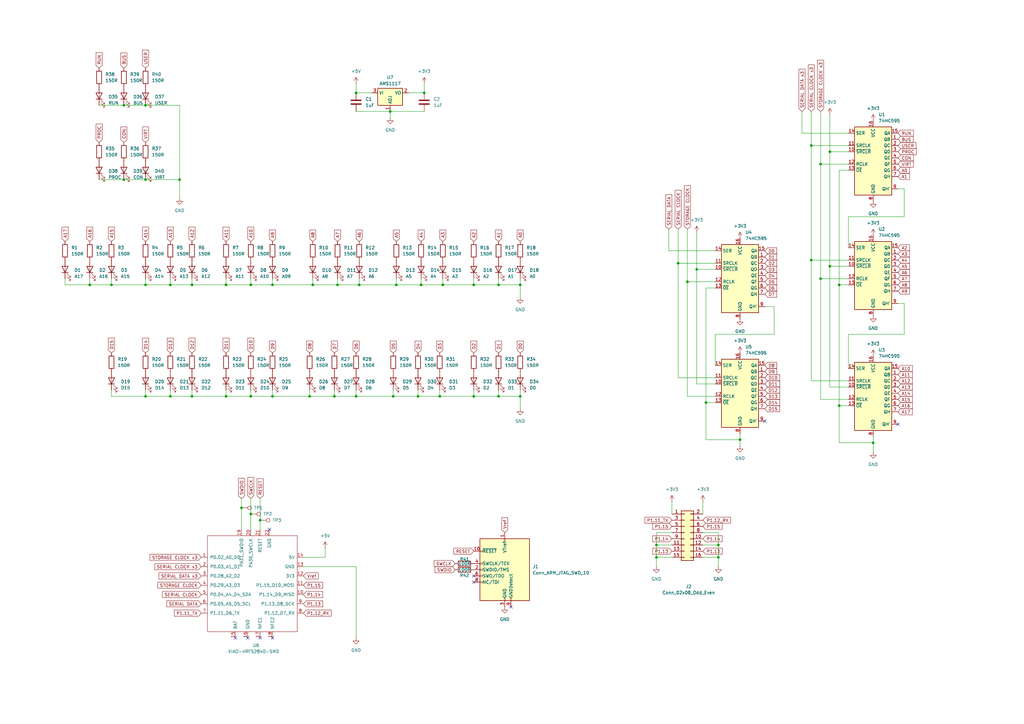
<source format=kicad_sch>
(kicad_sch (version 20250114) (generator "eeschema") (generator_version "9.0")
  (paper "A3")
  (junction (at 111.76 162.56))
  (junction (at 285.75 110.49))
  (junction (at 59.69 43.18))
  (junction (at 128.27 116.84))
  (junction (at 344.17 116.84))
  (junction (at 59.69 73.66))
  (junction (at 106.68 213.36))
  (junction (at 340.36 109.22))
  (junction (at 138.43 116.84))
  (junction (at 281.94 115.57))
  (junction (at 269.24 228.6))
  (junction (at 111.76 116.84))
  (junction (at 332.74 59.69))
  (junction (at 194.31 116.84))
  (junction (at 180.34 162.56))
  (junction (at 45.72 116.84))
  (junction (at 204.47 162.56))
  (junction (at 69.85 162.56))
  (junction (at 102.87 210.82))
  (junction (at 332.74 106.68))
  (junction (at 162.56 116.84))
  (junction (at 213.36 162.56))
  (junction (at 36.83 116.84))
  (junction (at 92.71 162.56))
  (junction (at 69.85 116.84))
  (junction (at 102.87 162.56))
  (junction (at 172.72 116.84))
  (junction (at 50.8 73.66))
  (junction (at 171.45 162.56))
  (junction (at 146.05 162.56))
  (junction (at 146.05 38.1))
  (junction (at 99.06 208.28))
  (junction (at 102.87 116.84))
  (junction (at 294.64 228.6))
  (junction (at 73.66 73.66))
  (junction (at 213.36 116.84))
  (junction (at 78.74 116.84))
  (junction (at 59.69 116.84))
  (junction (at 160.02 45.72))
  (junction (at 336.55 114.3))
  (junction (at 269.24 223.52))
  (junction (at 289.56 165.1))
  (junction (at 336.55 67.31))
  (junction (at 173.99 38.1))
  (junction (at 344.17 166.37))
  (junction (at 194.31 162.56))
  (junction (at 127 162.56))
  (junction (at 92.71 116.84))
  (junction (at 78.74 162.56))
  (junction (at 204.47 116.84))
  (junction (at 137.16 162.56))
  (junction (at 278.13 107.95))
  (junction (at 59.69 162.56))
  (junction (at 358.14 181.61))
  (junction (at 147.32 116.84))
  (junction (at 161.29 162.56))
  (junction (at 50.8 43.18))
  (junction (at 181.61 116.84))
  (junction (at 340.36 62.23))
  (junction (at 303.53 180.34))
  (junction (at 294.64 223.52))
  (no_connect (at 111.76 261.62))
  (no_connect (at 194.31 236.22))
  (no_connect (at 110.49 217.17))
  (no_connect (at 194.31 238.76))
  (no_connect (at 368.3 173.99))
  (no_connect (at 313.69 172.72))
  (no_connect (at 106.68 261.62))
  (no_connect (at 101.6 261.62))
  (no_connect (at 209.55 248.92))
  (no_connect (at 96.52 261.62))
  (wire (pts (xy 313.69 125.73) (xy 317.5 125.73)))
  (wire (pts (xy 340.36 62.23) (xy 347.98 62.23)))
  (wire (pts (xy 294.64 228.6) (xy 294.64 232.41)))
  (wire (pts (xy 344.17 181.61) (xy 358.14 181.61)))
  (wire (pts (xy 73.66 43.18) (xy 59.69 43.18)))
  (wire (pts (xy 69.85 162.56) (xy 59.69 162.56)))
  (wire (pts (xy 40.64 43.18) (xy 50.8 43.18)))
  (wire (pts (xy 133.35 228.6) (xy 133.35 224.79)))
  (wire (pts (xy 358.14 179.07) (xy 358.14 181.61)))
  (wire (pts (xy 102.87 114.3) (xy 102.87 116.84)))
  (wire (pts (xy 285.75 110.49) (xy 293.37 110.49)))
  (wire (pts (xy 269.24 218.44) (xy 269.24 223.52)))
  (wire (pts (xy 370.84 77.47) (xy 370.84 88.9)))
  (wire (pts (xy 269.24 218.44) (xy 275.59 218.44)))
  (wire (pts (xy 146.05 34.29) (xy 146.05 38.1)))
  (wire (pts (xy 288.29 228.6) (xy 294.64 228.6)))
  (wire (pts (xy 293.37 137.16) (xy 317.5 137.16)))
  (wire (pts (xy 69.85 116.84) (xy 78.74 116.84)))
  (wire (pts (xy 99.06 204.47) (xy 99.06 208.28)))
  (wire (pts (xy 278.13 154.94) (xy 293.37 154.94)))
  (wire (pts (xy 332.74 45.72) (xy 332.74 59.69)))
  (wire (pts (xy 92.71 114.3) (xy 92.71 116.84)))
  (wire (pts (xy 269.24 223.52) (xy 269.24 228.6)))
  (wire (pts (xy 336.55 67.31) (xy 336.55 114.3)))
  (wire (pts (xy 204.47 114.3) (xy 204.47 116.84)))
  (wire (pts (xy 328.93 45.72) (xy 328.93 54.61)))
  (wire (pts (xy 138.43 114.3) (xy 138.43 116.84)))
  (wire (pts (xy 281.94 162.56) (xy 293.37 162.56)))
  (wire (pts (xy 288.29 205.74) (xy 288.29 210.82)))
  (wire (pts (xy 303.53 180.34) (xy 303.53 182.88)))
  (wire (pts (xy 127 160.02) (xy 127 162.56)))
  (wire (pts (xy 344.17 166.37) (xy 347.98 166.37)))
  (wire (pts (xy 59.69 116.84) (xy 69.85 116.84)))
  (wire (pts (xy 180.34 160.02) (xy 180.34 162.56)))
  (wire (pts (xy 99.06 208.28) (xy 99.06 217.17)))
  (wire (pts (xy 146.05 232.41) (xy 146.05 261.62)))
  (wire (pts (xy 340.36 109.22) (xy 340.36 158.75)))
  (wire (pts (xy 92.71 116.84) (xy 102.87 116.84)))
  (wire (pts (xy 347.98 88.9) (xy 347.98 101.6)))
  (wire (pts (xy 204.47 116.84) (xy 213.36 116.84)))
  (wire (pts (xy 213.36 162.56) (xy 204.47 162.56)))
  (wire (pts (xy 370.84 137.16) (xy 347.98 137.16)))
  (wire (pts (xy 213.36 160.02) (xy 213.36 162.56)))
  (wire (pts (xy 102.87 160.02) (xy 102.87 162.56)))
  (wire (pts (xy 138.43 116.84) (xy 147.32 116.84)))
  (wire (pts (xy 293.37 118.11) (xy 289.56 118.11)))
  (wire (pts (xy 340.36 46.99) (xy 340.36 62.23)))
  (wire (pts (xy 124.46 228.6) (xy 133.35 228.6)))
  (wire (pts (xy 111.76 162.56) (xy 102.87 162.56)))
  (wire (pts (xy 281.94 115.57) (xy 281.94 162.56)))
  (wire (pts (xy 78.74 114.3) (xy 78.74 116.84)))
  (wire (pts (xy 332.74 106.68) (xy 347.98 106.68)))
  (wire (pts (xy 26.67 114.3) (xy 26.67 116.84)))
  (wire (pts (xy 213.36 114.3) (xy 213.36 116.84)))
  (wire (pts (xy 344.17 166.37) (xy 344.17 181.61)))
  (wire (pts (xy 137.16 162.56) (xy 127 162.56)))
  (wire (pts (xy 347.98 69.85) (xy 344.17 69.85)))
  (wire (pts (xy 106.68 204.47) (xy 106.68 213.36)))
  (wire (pts (xy 347.98 158.75) (xy 340.36 158.75)))
  (wire (pts (xy 204.47 162.56) (xy 194.31 162.56)))
  (wire (pts (xy 69.85 160.02) (xy 69.85 162.56)))
  (wire (pts (xy 78.74 116.84) (xy 92.71 116.84)))
  (wire (pts (xy 172.72 114.3) (xy 172.72 116.84)))
  (wire (pts (xy 289.56 118.11) (xy 289.56 165.1)))
  (wire (pts (xy 285.75 110.49) (xy 285.75 157.48)))
  (wire (pts (xy 36.83 114.3) (xy 36.83 116.84)))
  (wire (pts (xy 147.32 116.84) (xy 162.56 116.84)))
  (wire (pts (xy 288.29 223.52) (xy 294.64 223.52)))
  (wire (pts (xy 40.64 73.66) (xy 50.8 73.66)))
  (wire (pts (xy 128.27 114.3) (xy 128.27 116.84)))
  (wire (pts (xy 340.36 109.22) (xy 347.98 109.22)))
  (wire (pts (xy 332.74 59.69) (xy 332.74 106.68)))
  (wire (pts (xy 269.24 228.6) (xy 269.24 232.41)))
  (wire (pts (xy 172.72 116.84) (xy 181.61 116.84)))
  (wire (pts (xy 102.87 116.84) (xy 111.76 116.84)))
  (wire (pts (xy 293.37 107.95) (xy 278.13 107.95)))
  (wire (pts (xy 127 162.56) (xy 111.76 162.56)))
  (wire (pts (xy 128.27 116.84) (xy 138.43 116.84)))
  (wire (pts (xy 162.56 114.3) (xy 162.56 116.84)))
  (wire (pts (xy 269.24 228.6) (xy 275.59 228.6)))
  (wire (pts (xy 281.94 93.98) (xy 281.94 115.57)))
  (wire (pts (xy 370.84 88.9) (xy 347.98 88.9)))
  (wire (pts (xy 336.55 114.3) (xy 347.98 114.3)))
  (wire (pts (xy 213.36 116.84) (xy 213.36 121.92)))
  (wire (pts (xy 147.32 114.3) (xy 147.32 116.84)))
  (wire (pts (xy 347.98 59.69) (xy 332.74 59.69)))
  (wire (pts (xy 288.29 218.44) (xy 294.64 218.44)))
  (wire (pts (xy 347.98 54.61) (xy 328.93 54.61)))
  (wire (pts (xy 358.14 181.61) (xy 358.14 185.42)))
  (wire (pts (xy 180.34 162.56) (xy 171.45 162.56)))
  (wire (pts (xy 45.72 160.02) (xy 45.72 162.56)))
  (wire (pts (xy 78.74 160.02) (xy 78.74 162.56)))
  (wire (pts (xy 181.61 114.3) (xy 181.61 116.84)))
  (wire (pts (xy 278.13 93.98) (xy 278.13 107.95)))
  (wire (pts (xy 161.29 162.56) (xy 146.05 162.56)))
  (wire (pts (xy 59.69 162.56) (xy 45.72 162.56)))
  (wire (pts (xy 336.55 163.83) (xy 347.98 163.83)))
  (wire (pts (xy 111.76 160.02) (xy 111.76 162.56)))
  (wire (pts (xy 181.61 116.84) (xy 194.31 116.84)))
  (wire (pts (xy 160.02 45.72) (xy 173.99 45.72)))
  (wire (pts (xy 59.69 114.3) (xy 59.69 116.84)))
  (wire (pts (xy 45.72 114.3) (xy 45.72 116.84)))
  (wire (pts (xy 111.76 114.3) (xy 111.76 116.84)))
  (wire (pts (xy 111.76 116.84) (xy 128.27 116.84)))
  (wire (pts (xy 344.17 116.84) (xy 347.98 116.84)))
  (wire (pts (xy 69.85 114.3) (xy 69.85 116.84)))
  (wire (pts (xy 146.05 162.56) (xy 137.16 162.56)))
  (wire (pts (xy 73.66 43.18) (xy 73.66 73.66)))
  (wire (pts (xy 78.74 162.56) (xy 69.85 162.56)))
  (wire (pts (xy 50.8 43.18) (xy 59.69 43.18)))
  (wire (pts (xy 344.17 116.84) (xy 344.17 166.37)))
  (wire (pts (xy 370.84 124.46) (xy 370.84 137.16)))
  (wire (pts (xy 194.31 160.02) (xy 194.31 162.56)))
  (wire (pts (xy 160.02 45.72) (xy 160.02 48.26)))
  (wire (pts (xy 102.87 210.82) (xy 102.87 217.17)))
  (wire (pts (xy 303.53 177.8) (xy 303.53 180.34)))
  (wire (pts (xy 194.31 162.56) (xy 180.34 162.56)))
  (wire (pts (xy 102.87 162.56) (xy 92.71 162.56)))
  (wire (pts (xy 285.75 157.48) (xy 293.37 157.48)))
  (wire (pts (xy 59.69 160.02) (xy 59.69 162.56)))
  (wire (pts (xy 92.71 160.02) (xy 92.71 162.56)))
  (wire (pts (xy 102.87 204.47) (xy 102.87 210.82)))
  (wire (pts (xy 336.55 114.3) (xy 336.55 163.83)))
  (wire (pts (xy 347.98 67.31) (xy 336.55 67.31)))
  (wire (pts (xy 317.5 137.16) (xy 317.5 125.73)))
  (wire (pts (xy 73.66 73.66) (xy 73.66 81.28)))
  (wire (pts (xy 50.8 73.66) (xy 59.69 73.66)))
  (wire (pts (xy 278.13 107.95) (xy 278.13 154.94)))
  (wire (pts (xy 146.05 45.72) (xy 160.02 45.72)))
  (wire (pts (xy 213.36 162.56) (xy 213.36 167.64)))
  (wire (pts (xy 340.36 62.23) (xy 340.36 109.22)))
  (wire (pts (xy 336.55 45.72) (xy 336.55 67.31)))
  (wire (pts (xy 289.56 165.1) (xy 293.37 165.1)))
  (wire (pts (xy 332.74 156.21) (xy 347.98 156.21)))
  (wire (pts (xy 161.29 160.02) (xy 161.29 162.56)))
  (wire (pts (xy 347.98 137.16) (xy 347.98 151.13)))
  (wire (pts (xy 289.56 165.1) (xy 289.56 180.34)))
  (wire (pts (xy 293.37 102.87) (xy 274.32 102.87)))
  (wire (pts (xy 26.67 116.84) (xy 36.83 116.84)))
  (wire (pts (xy 368.3 124.46) (xy 370.84 124.46)))
  (wire (pts (xy 368.3 77.47) (xy 370.84 77.47)))
  (wire (pts (xy 285.75 95.25) (xy 285.75 110.49)))
  (wire (pts (xy 269.24 223.52) (xy 275.59 223.52)))
  (wire (pts (xy 92.71 162.56) (xy 78.74 162.56)))
  (wire (pts (xy 146.05 160.02) (xy 146.05 162.56)))
  (wire (pts (xy 146.05 38.1) (xy 152.4 38.1)))
  (wire (pts (xy 293.37 115.57) (xy 281.94 115.57)))
  (wire (pts (xy 204.47 160.02) (xy 204.47 162.56)))
  (wire (pts (xy 59.69 73.66) (xy 73.66 73.66)))
  (wire (pts (xy 36.83 116.84) (xy 45.72 116.84)))
  (wire (pts (xy 293.37 137.16) (xy 293.37 149.86)))
  (wire (pts (xy 194.31 116.84) (xy 204.47 116.84)))
  (wire (pts (xy 173.99 34.29) (xy 173.99 38.1)))
  (wire (pts (xy 294.64 223.52) (xy 294.64 228.6)))
  (wire (pts (xy 106.68 213.36) (xy 106.68 217.17)))
  (wire (pts (xy 332.74 106.68) (xy 332.74 156.21)))
  (wire (pts (xy 171.45 160.02) (xy 171.45 162.56)))
  (wire (pts (xy 289.56 180.34) (xy 303.53 180.34)))
  (wire (pts (xy 167.64 38.1) (xy 173.99 38.1)))
  (wire (pts (xy 137.16 160.02) (xy 137.16 162.56)))
  (wire (pts (xy 344.17 69.85) (xy 344.17 116.84)))
  (wire (pts (xy 124.46 232.41) (xy 146.05 232.41)))
  (wire (pts (xy 194.31 114.3) (xy 194.31 116.84)))
  (wire (pts (xy 162.56 116.84) (xy 172.72 116.84)))
  (wire (pts (xy 294.64 218.44) (xy 294.64 223.52)))
  (wire (pts (xy 45.72 116.84) (xy 59.69 116.84)))
  (wire (pts (xy 275.59 205.74) (xy 275.59 210.82)))
  (wire (pts (xy 274.32 93.98) (xy 274.32 102.87)))
  (wire (pts (xy 171.45 162.56) (xy 161.29 162.56)))
  (global_label "A1" (shape input) (at 204.47 99.06 90) (property "Intersheetrefs" "${INTERSHEET_REFS}" (effects (hide yes))))
  (global_label "PROC" (shape input) (at 40.64 58.42 90) (property "Intersheetrefs" "${INTERSHEET_REFS}" (effects (hide yes))))
  (global_label "D15" (shape input) (at 45.72 144.78 90) (property "Intersheetrefs" "${INTERSHEET_REFS}" (effects (hide yes))))
  (global_label "D10" (shape input) (at 313.69 154.94 0) (property "Intersheetrefs" "${INTERSHEET_REFS}" (effects (hide yes))))
  (global_label "P1.15" (shape input) (at 288.29 215.9 0) (property "Intersheetrefs" "${INTERSHEET_REFS}" (effects (hide yes))))
  (global_label "D14" (shape input) (at 59.69 144.78 90) (property "Intersheetrefs" "${INTERSHEET_REFS}" (effects (hide yes))))
  (global_label "SERIAL CLOCK" (shape input) (at 278.13 93.98 90) (property "Intersheetrefs" "${INTERSHEET_REFS}" (effects (hide yes))))
  (global_label "A8" (shape input) (at 128.27 99.06 90) (property "Intersheetrefs" "${INTERSHEET_REFS}" (effects (hide yes))))
  (global_label "D11" (shape input) (at 313.69 157.48 0) (property "Intersheetrefs" "${INTERSHEET_REFS}" (effects (hide yes))))
  (global_label "D8" (shape input) (at 313.69 149.86 0) (property "Intersheetrefs" "${INTERSHEET_REFS}" (effects (hide yes))))
  (global_label "A3" (shape input) (at 181.61 99.06 90) (property "Intersheetrefs" "${INTERSHEET_REFS}" (effects (hide yes))))
  (global_label "A10" (shape input) (at 102.87 99.06 90) (property "Intersheetrefs" "${INTERSHEET_REFS}" (effects (hide yes))))
  (global_label "P1.14" (shape input) (at 275.59 220.98 180) (property "Intersheetrefs" "${INTERSHEET_REFS}" (effects (hide yes))))
  (global_label "P1.15" (shape input) (at 124.46 240.03 0) (property "Intersheetrefs" "${INTERSHEET_REFS}" (effects (hide yes))))
  (global_label "RESET" (shape input) (at 194.31 226.06 180) (property "Intersheetrefs" "${INTERSHEET_REFS}" (effects (hide yes))))
  (global_label "A7" (shape input) (at 138.43 99.06 90) (property "Intersheetrefs" "${INTERSHEET_REFS}" (effects (hide yes))))
  (global_label "SERIAL DATA" (shape input) (at 274.32 93.98 90) (property "Intersheetrefs" "${INTERSHEET_REFS}" (effects (hide yes))))
  (global_label "A14" (shape input) (at 368.3 161.29 0) (property "Intersheetrefs" "${INTERSHEET_REFS}" (effects (hide yes))))
  (global_label "SERIAL CLOCK x3" (shape input) (at 82.55 232.41 180) (property "Intersheetrefs" "${INTERSHEET_REFS}" (effects (hide yes))))
  (global_label "D7" (shape input) (at 137.16 144.78 90) (property "Intersheetrefs" "${INTERSHEET_REFS}" (effects (hide yes))))
  (global_label "CON" (shape input) (at 368.3 64.77 0) (property "Intersheetrefs" "${INTERSHEET_REFS}" (effects (hide yes))))
  (global_label "A0" (shape input) (at 213.36 99.06 90) (property "Intersheetrefs" "${INTERSHEET_REFS}" (effects (hide yes))))
  (global_label "P1.13" (shape input) (at 288.29 226.06 0) (property "Intersheetrefs" "${INTERSHEET_REFS}" (effects (hide yes))))
  (global_label "SERIAL DATA x3" (shape input) (at 82.55 236.22 180) (property "Intersheetrefs" "${INTERSHEET_REFS}" (effects (hide yes))))
  (global_label "A2" (shape input) (at 368.3 101.6 0) (property "Intersheetrefs" "${INTERSHEET_REFS}" (effects (hide yes))))
  (global_label "A9" (shape input) (at 368.3 119.38 0) (property "Intersheetrefs" "${INTERSHEET_REFS}" (effects (hide yes))))
  (global_label "D10" (shape input) (at 102.87 144.78 90) (property "Intersheetrefs" "${INTERSHEET_REFS}" (effects (hide yes))))
  (global_label "A17" (shape input) (at 26.67 99.06 90) (property "Intersheetrefs" "${INTERSHEET_REFS}" (effects (hide yes))))
  (global_label "A7" (shape input) (at 368.3 114.3 0) (property "Intersheetrefs" "${INTERSHEET_REFS}" (effects (hide yes))))
  (global_label "P1.11_TX" (shape input) (at 82.55 251.46 180) (property "Intersheetrefs" "${INTERSHEET_REFS}" (effects (hide yes))))
  (global_label "A13" (shape input) (at 368.3 158.75 0) (property "Intersheetrefs" "${INTERSHEET_REFS}" (effects (hide yes))))
  (global_label "PROC" (shape input) (at 368.3 62.23 0) (property "Intersheetrefs" "${INTERSHEET_REFS}" (effects (hide yes))))
  (global_label "P1.12_RX" (shape input) (at 288.29 213.36 0) (property "Intersheetrefs" "${INTERSHEET_REFS}" (effects (hide yes))))
  (global_label "VIRT" (shape input) (at 59.69 58.42 90) (property "Intersheetrefs" "${INTERSHEET_REFS}" (effects (hide yes))))
  (global_label "A15" (shape input) (at 45.72 99.06 90) (property "Intersheetrefs" "${INTERSHEET_REFS}" (effects (hide yes))))
  (global_label "SERIAL CLOCK x3" (shape input) (at 332.74 45.72 90) (property "Intersheetrefs" "${INTERSHEET_REFS}" (effects (hide yes))))
  (global_label "D4" (shape input) (at 171.45 144.78 90) (property "Intersheetrefs" "${INTERSHEET_REFS}" (effects (hide yes))))
  (global_label "STORAGE CLOCK x3" (shape input) (at 336.55 45.72 90) (property "Intersheetrefs" "${INTERSHEET_REFS}" (effects (hide yes))))
  (global_label "A14" (shape input) (at 59.69 99.06 90) (property "Intersheetrefs" "${INTERSHEET_REFS}" (effects (hide yes))))
  (global_label "D6" (shape input) (at 313.69 118.11 0) (property "Intersheetrefs" "${INTERSHEET_REFS}" (effects (hide yes))))
  (global_label "SERIAL DATA x3" (shape input) (at 328.93 45.72 90) (property "Intersheetrefs" "${INTERSHEET_REFS}" (effects (hide yes))))
  (global_label "RUN" (shape input) (at 368.3 54.61 0) (property "Intersheetrefs" "${INTERSHEET_REFS}" (effects (hide yes))))
  (global_label "Vref" (shape input) (at 207.01 218.44 90) (property "Intersheetrefs" "${INTERSHEET_REFS}" (effects (hide yes))))
  (global_label "A6" (shape input) (at 147.32 99.06 90) (property "Intersheetrefs" "${INTERSHEET_REFS}" (effects (hide yes))))
  (global_label "SWDIO" (shape input) (at 186.69 233.68 180) (property "Intersheetrefs" "${INTERSHEET_REFS}" (effects (hide yes))))
  (global_label "A13" (shape input) (at 69.85 99.06 90) (property "Intersheetrefs" "${INTERSHEET_REFS}" (effects (hide yes))))
  (global_label "D11" (shape input) (at 92.71 144.78 90) (property "Intersheetrefs" "${INTERSHEET_REFS}" (effects (hide yes))))
  (global_label "A5" (shape input) (at 162.56 99.06 90) (property "Intersheetrefs" "${INTERSHEET_REFS}" (effects (hide yes))))
  (global_label "A9" (shape input) (at 111.76 99.06 90) (property "Intersheetrefs" "${INTERSHEET_REFS}" (effects (hide yes))))
  (global_label "D5" (shape input) (at 161.29 144.78 90) (property "Intersheetrefs" "${INTERSHEET_REFS}" (effects (hide yes))))
  (global_label "D2" (shape input) (at 194.31 144.78 90) (property "Intersheetrefs" "${INTERSHEET_REFS}" (effects (hide yes))))
  (global_label "P1.12_RX" (shape input) (at 124.46 251.46 0) (property "Intersheetrefs" "${INTERSHEET_REFS}" (effects (hide yes))))
  (global_label "D9" (shape input) (at 111.76 144.78 90) (property "Intersheetrefs" "${INTERSHEET_REFS}" (effects (hide yes))))
  (global_label "A0" (shape input) (at 368.3 69.85 0) (property "Intersheetrefs" "${INTERSHEET_REFS}" (effects (hide yes))))
  (global_label "A16" (shape input) (at 368.3 166.37 0) (property "Intersheetrefs" "${INTERSHEET_REFS}" (effects (hide yes))))
  (global_label "D15" (shape input) (at 313.69 167.64 0) (property "Intersheetrefs" "${INTERSHEET_REFS}" (effects (hide yes))))
  (global_label "A2" (shape input) (at 194.31 99.06 90) (property "Intersheetrefs" "${INTERSHEET_REFS}" (effects (hide yes))))
  (global_label "D13" (shape input) (at 313.69 162.56 0) (property "Intersheetrefs" "${INTERSHEET_REFS}" (effects (hide yes))))
  (global_label "P1.14" (shape input) (at 288.29 220.98 0) (property "Intersheetrefs" "${INTERSHEET_REFS}" (effects (hide yes))))
  (global_label "A11" (shape input) (at 92.71 99.06 90) (property "Intersheetrefs" "${INTERSHEET_REFS}" (effects (hide yes))))
  (global_label "P1.13" (shape input) (at 275.59 226.06 180) (property "Intersheetrefs" "${INTERSHEET_REFS}" (effects (hide yes))))
  (global_label "D14" (shape input) (at 313.69 165.1 0) (property "Intersheetrefs" "${INTERSHEET_REFS}" (effects (hide yes))))
  (global_label "D1" (shape input) (at 204.47 144.78 90) (property "Intersheetrefs" "${INTERSHEET_REFS}" (effects (hide yes))))
  (global_label "SWCLK" (shape input) (at 102.87 204.47 90) (property "Intersheetrefs" "${INTERSHEET_REFS}" (effects (hide yes))))
  (global_label "D3" (shape input) (at 313.69 110.49 0) (property "Intersheetrefs" "${INTERSHEET_REFS}" (effects (hide yes))))
  (global_label "D0" (shape input) (at 313.69 102.87 0) (property "Intersheetrefs" "${INTERSHEET_REFS}" (effects (hide yes))))
  (global_label "D2" (shape input) (at 313.69 107.95 0) (property "Intersheetrefs" "${INTERSHEET_REFS}" (effects (hide yes))))
  (global_label "SERIAL CLOCK" (shape input) (at 82.55 243.84 180) (property "Intersheetrefs" "${INTERSHEET_REFS}" (effects (hide yes))))
  (global_label "A10" (shape input) (at 368.3 151.13 0) (property "Intersheetrefs" "${INTERSHEET_REFS}" (effects (hide yes))))
  (global_label "D13" (shape input) (at 69.85 144.78 90) (property "Intersheetrefs" "${INTERSHEET_REFS}" (effects (hide yes))))
  (global_label "D0" (shape input) (at 213.36 144.78 90) (property "Intersheetrefs" "${INTERSHEET_REFS}" (effects (hide yes))))
  (global_label "D9" (shape input) (at 313.69 152.4 0) (property "Intersheetrefs" "${INTERSHEET_REFS}" (effects (hide yes))))
  (global_label "D8" (shape input) (at 127 144.78 90) (property "Intersheetrefs" "${INTERSHEET_REFS}" (effects (hide yes))))
  (global_label "SERIAL DATA" (shape input) (at 82.55 247.65 180) (property "Intersheetrefs" "${INTERSHEET_REFS}" (effects (hide yes))))
  (global_label "A4" (shape input) (at 172.72 99.06 90) (property "Intersheetrefs" "${INTERSHEET_REFS}" (effects (hide yes))))
  (global_label "VIRT" (shape input) (at 368.3 67.31 0) (property "Intersheetrefs" "${INTERSHEET_REFS}" (effects (hide yes))))
  (global_label "P1.14" (shape input) (at 124.46 243.84 0) (property "Intersheetrefs" "${INTERSHEET_REFS}" (effects (hide yes))))
  (global_label "P1.11_TX" (shape input) (at 275.59 213.36 180) (property "Intersheetrefs" "${INTERSHEET_REFS}" (effects (hide yes))))
  (global_label "D12" (shape input) (at 313.69 160.02 0) (property "Intersheetrefs" "${INTERSHEET_REFS}" (effects (hide yes))))
  (global_label "A12" (shape input) (at 78.74 99.06 90) (property "Intersheetrefs" "${INTERSHEET_REFS}" (effects (hide yes))))
  (global_label "A5" (shape input) (at 368.3 109.22 0) (property "Intersheetrefs" "${INTERSHEET_REFS}" (effects (hide yes))))
  (global_label "D1" (shape input) (at 313.69 105.41 0) (property "Intersheetrefs" "${INTERSHEET_REFS}" (effects (hide yes))))
  (global_label "D3" (shape input) (at 180.34 144.78 90) (property "Intersheetrefs" "${INTERSHEET_REFS}" (effects (hide yes))))
  (global_label "BUS" (shape input) (at 50.8 27.94 90) (property "Intersheetrefs" "${INTERSHEET_REFS}" (effects (hide yes))))
  (global_label "RESET" (shape input) (at 106.68 204.47 90) (property "Intersheetrefs" "${INTERSHEET_REFS}" (effects (hide yes))))
  (global_label "RUN" (shape input) (at 40.64 27.94 90) (property "Intersheetrefs" "${INTERSHEET_REFS}" (effects (hide yes))))
  (global_label "STORAGE CLOCK" (shape input) (at 281.94 93.98 90) (property "Intersheetrefs" "${INTERSHEET_REFS}" (effects (hide yes))))
  (global_label "STORAGE CLOCK" (shape input) (at 82.55 240.03 180) (property "Intersheetrefs" "${INTERSHEET_REFS}" (effects (hide yes))))
  (global_label "SWDIO" (shape input) (at 99.06 204.47 90) (property "Intersheetrefs" "${INTERSHEET_REFS}" (effects (hide yes))))
  (global_label "BUS" (shape input) (at 368.3 57.15 0) (property "Intersheetrefs" "${INTERSHEET_REFS}" (effects (hide yes))))
  (global_label "D5" (shape input) (at 313.69 115.57 0) (property "Intersheetrefs" "${INTERSHEET_REFS}" (effects (hide yes))))
  (global_label "STORAGE CLOCK x3" (shape input) (at 82.55 228.6 180) (property "Intersheetrefs" "${INTERSHEET_REFS}" (effects (hide yes))))
  (global_label "SWCLK" (shape input) (at 186.69 231.14 180) (property "Intersheetrefs" "${INTERSHEET_REFS}" (effects (hide yes))))
  (global_label "A4" (shape input) (at 368.3 106.68 0) (property "Intersheetrefs" "${INTERSHEET_REFS}" (effects (hide yes))))
  (global_label "A6" (shape input) (at 368.3 111.76 0) (property "Intersheetrefs" "${INTERSHEET_REFS}" (effects (hide yes))))
  (global_label "A16" (shape input) (at 36.83 99.06 90) (property "Intersheetrefs" "${INTERSHEET_REFS}" (effects (hide yes))))
  (global_label "A15" (shape input) (at 368.3 163.83 0) (property "Intersheetrefs" "${INTERSHEET_REFS}" (effects (hide yes))))
  (global_label "A3" (shape input) (at 368.3 104.14 0) (property "Intersheetrefs" "${INTERSHEET_REFS}" (effects (hide yes))))
  (global_label "P1.15" (shape input) (at 275.59 215.9 180) (property "Intersheetrefs" "${INTERSHEET_REFS}" (effects (hide yes))))
  (global_label "USER" (shape input) (at 368.3 59.69 0) (property "Intersheetrefs" "${INTERSHEET_REFS}" (effects (hide yes))))
  (global_label "D12" (shape input) (at 78.74 144.78 90) (property "Intersheetrefs" "${INTERSHEET_REFS}" (effects (hide yes))))
  (global_label "P1.13" (shape input) (at 124.46 247.65 0) (property "Intersheetrefs" "${INTERSHEET_REFS}" (effects (hide yes))))
  (global_label "A17" (shape input) (at 368.3 168.91 0) (property "Intersheetrefs" "${INTERSHEET_REFS}" (effects (hide yes))))
  (global_label "A12" (shape input) (at 368.3 156.21 0) (property "Intersheetrefs" "${INTERSHEET_REFS}" (effects (hide yes))))
  (global_label "D4" (shape input) (at 313.69 113.03 0) (property "Intersheetrefs" "${INTERSHEET_REFS}" (effects (hide yes))))
  (global_label "Vref" (shape input) (at 124.46 236.22 0) (property "Intersheetrefs" "${INTERSHEET_REFS}" (effects (hide yes))))
  (global_label "A11" (shape input) (at 368.3 153.67 0) (property "Intersheetrefs" "${INTERSHEET_REFS}" (effects (hide yes))))
  (global_label "USER" (shape input) (at 59.69 27.94 90) (property "Intersheetrefs" "${INTERSHEET_REFS}" (effects (hide yes))))
  (global_label "CON" (shape input) (at 50.8 58.42 90) (property "Intersheetrefs" "${INTERSHEET_REFS}" (effects (hide yes))))
  (global_label "D7" (shape input) (at 313.69 120.65 0) (property "Intersheetrefs" "${INTERSHEET_REFS}" (effects (hide yes))))
  (global_label "D6" (shape input) (at 146.05 144.78 90) (property "Intersheetrefs" "${INTERSHEET_REFS}" (effects (hide yes))))
  (global_label "A8" (shape input) (at 368.3 116.84 0) (property "Intersheetrefs" "${INTERSHEET_REFS}" (effects (hide yes))))
  (global_label "A1" (shape input) (at 368.3 72.39 0) (property "Intersheetrefs" "${INTERSHEET_REFS}" (effects (hide yes))))
  (symbol (lib_id "Connector:TestPoint") (at 106.68 213.36 270) (unit 1)
    (property "Reference" "TP3" (at 111.76 213.3599 90) (effects (justify left)))
    (property "Value" "TestPoint" (effects (hide yes)))
    (property "Footprint" "TestPoint:TestPoint_Pad_D1.0mm" (effects (hide yes)))
    (property "Description" "test point" (effects (hide yes)))
  )
  (symbol (lib_id "Device:LED") (at 45.72 110.49 90) (unit 1)
    (property "Reference" "D3" (at 49.53 110.8074 90) (effects (justify right)))
    (property "Value" "A15" (at 49.53 113.3474 90) (effects (justify right)))
    (property "Footprint" "LED_SMD:LED_Osram_Lx_P47F_D2mm_ReverseMount" (effects (hide yes)))
    (property "Description" "Light emitting diode" (effects (hide yes)))
    (property "Sim.Pins" "1=K 2=A" (effects (hide yes)))
  )
  (symbol (lib_id "power:GND") (at 73.66 81.28 0) (unit 1)
    (property "Reference" "#PWR014" (effects (hide yes)))
    (property "Value" "GND" (at 73.66 86.36 0))
    (property "Description" "Power symbol creates a global label with name \"GND\" , ground" (effects (hide yes)))
  )
  (symbol (lib_id "Device:LED") (at 171.45 156.21 90) (unit 1)
    (property "Reference" "D30" (at 175.26 156.5274 90) (effects (justify right)))
    (property "Value" "D4" (at 175.26 159.0674 90) (effects (justify right)))
    (property "Footprint" "LED_SMD:LED_Osram_Lx_P47F_D2mm_ReverseMount" (effects (hide yes)))
    (property "Description" "Light emitting diode" (effects (hide yes)))
    (property "Sim.Pins" "1=K 2=A" (effects (hide yes)))
  )
  (symbol (lib_id "Device:LED") (at 45.72 156.21 90) (unit 1)
    (property "Reference" "D19" (at 49.53 156.5274 90) (effects (justify right)))
    (property "Value" "D15" (at 49.53 159.0674 90) (effects (justify right)))
    (property "Footprint" "LED_SMD:LED_Osram_Lx_P47F_D2mm_ReverseMount" (effects (hide yes)))
    (property "Description" "Light emitting diode" (effects (hide yes)))
    (property "Sim.Pins" "1=K 2=A" (effects (hide yes)))
  )
  (symbol (lib_id "Device:LED") (at 181.61 110.49 90) (unit 1)
    (property "Reference" "D15" (at 185.42 110.8074 90) (effects (justify right)))
    (property "Value" "A3" (at 185.42 113.3474 90) (effects (justify right)))
    (property "Footprint" "LED_SMD:LED_Osram_Lx_P47F_D2mm_ReverseMount" (effects (hide yes)))
    (property "Description" "Light emitting diode" (effects (hide yes)))
    (property "Sim.Pins" "1=K 2=A" (effects (hide yes)))
  )
  (symbol (lib_id "74xx:74HC595") (at 358.14 111.76 0) (unit 1)
    (property "Reference" "U2" (at 360.2833 93.98 0) (effects (justify left)))
    (property "Value" "74HC595" (at 360.2833 96.52 0) (effects (justify left)))
    (property "Footprint" "Package_SO:TSSOP-16_4.4x5mm_P0.65mm" (effects (hide yes)))
    (property "Datasheet" "http://www.ti.com/lit/ds/symlink/sn74hc595.pdf" (effects (hide yes)))
    (property "Description" "8-bit serial in/out Shift Register 3-State Outputs" (effects (hide yes)))
  )
  (symbol (lib_id "power:GND") (at 269.24 232.41 0) (unit 1)
    (property "Reference" "#PWR026" (effects (hide yes)))
    (property "Value" "GND" (at 269.24 237.49 0))
    (property "Description" "Power symbol creates a global label with name \"GND\" , ground" (effects (hide yes)))
  )
  (symbol (lib_id "power:GND") (at 358.14 185.42 0) (unit 1)
    (property "Reference" "#PWR010" (effects (hide yes)))
    (property "Value" "GND" (at 358.14 190.5 0))
    (property "Description" "Power symbol creates a global label with name \"GND\" , ground" (effects (hide yes)))
  )
  (symbol (lib_id "power:GND") (at 358.14 129.54 0) (unit 1)
    (property "Reference" "#PWR011" (effects (hide yes)))
    (property "Value" "GND" (at 358.14 134.62 0))
    (property "Description" "Power symbol creates a global label with name \"GND\" , ground" (effects (hide yes)))
  )
  (symbol (lib_id "Device:LED") (at 102.87 156.21 90) (unit 1)
    (property "Reference" "D24" (at 106.68 156.5274 90) (effects (justify right)))
    (property "Value" "D10" (at 106.68 159.0674 90) (effects (justify right)))
    (property "Footprint" "LED_SMD:LED_Osram_Lx_P47F_D2mm_ReverseMount" (effects (hide yes)))
    (property "Description" "Light emitting diode" (effects (hide yes)))
    (property "Sim.Pins" "1=K 2=A" (effects (hide yes)))
  )
  (symbol (lib_id "power:+3V3") (at 340.36 46.99 0) (unit 1)
    (property "Reference" "#PWR019" (effects (hide yes)))
    (property "Value" "+3V3" (at 340.36 41.91 0))
    (property "Description" "Power symbol creates a global label with name \"+3V3\"" (effects (hide yes)))
  )
  (symbol (lib_id "Device:C") (at 146.05 41.91 0) (unit 1)
    (property "Reference" "C1" (at 149.86 40.6399 0) (effects (justify left)))
    (property "Value" "1uF" (at 149.86 43.1799 0) (effects (justify left)))
    (property "Footprint" "Capacitor_SMD:C_0805_2012Metric_Pad1.18x1.45mm_HandSolder" (effects (hide yes)))
    (property "Description" "Unpolarized capacitor" (effects (hide yes)))
  )
  (symbol (lib_id "Device:R") (at 128.27 102.87 0) (unit 1)
    (property "Reference" "R10" (at 130.81 101.5999 0) (effects (justify left)))
    (property "Value" "150R" (at 130.81 104.1399 0) (effects (justify left)))
    (property "Footprint" "Resistor_SMD:R_0805_2012Metric_Pad1.20x1.40mm_HandSolder" (effects (hide yes)))
    (property "Description" "Resistor" (effects (hide yes)))
  )
  (symbol (lib_id "Device:LED") (at 26.67 110.49 90) (unit 1)
    (property "Reference" "D1" (at 30.48 110.8074 90) (effects (justify right)))
    (property "Value" "A17" (at 30.48 113.3474 90) (effects (justify right)))
    (property "Footprint" "LED_SMD:LED_Osram_Lx_P47F_D2mm_ReverseMount" (effects (hide yes)))
    (property "Description" "Light emitting diode" (effects (hide yes)))
    (property "Sim.Pins" "1=K 2=A" (effects (hide yes)))
  )
  (symbol (lib_id "power:+3V3") (at 303.53 144.78 0) (unit 1)
    (property "Reference" "#PWR07" (effects (hide yes)))
    (property "Value" "+3V3" (at 303.53 139.7 0))
    (property "Description" "Power symbol creates a global label with name \"+3V3\"" (effects (hide yes)))
  )
  (symbol (lib_id "Device:LED") (at 146.05 156.21 90) (unit 1)
    (property "Reference" "D28" (at 149.86 156.5274 90) (effects (justify right)))
    (property "Value" "D6" (at 149.86 159.0674 90) (effects (justify right)))
    (property "Footprint" "LED_SMD:LED_Osram_Lx_P47F_D2mm_ReverseMount" (effects (hide yes)))
    (property "Description" "Light emitting diode" (effects (hide yes)))
    (property "Sim.Pins" "1=K 2=A" (effects (hide yes)))
  )
  (symbol (lib_id "Device:R") (at 50.8 31.75 0) (unit 1)
    (property "Reference" "R39" (at 53.34 30.4799 0) (effects (justify left)))
    (property "Value" "150R" (at 53.34 33.0199 0) (effects (justify left)))
    (property "Footprint" "Resistor_SMD:R_0805_2012Metric_Pad1.20x1.40mm_HandSolder" (effects (hide yes)))
    (property "Description" "Resistor" (effects (hide yes)))
  )
  (symbol (lib_id "Device:LED") (at 50.8 39.37 90) (unit 1)
    (property "Reference" "D36" (at 54.61 39.6874 90) (effects (justify right)))
    (property "Value" "BUS" (at 54.61 42.2274 90) (effects (justify right)))
    (property "Footprint" "LED_SMD:LED_Osram_Lx_P47F_D2mm_ReverseMount" (effects (hide yes)))
    (property "Description" "Light emitting diode" (effects (hide yes)))
    (property "Sim.Pins" "1=K 2=A" (effects (hide yes)))
  )
  (symbol (lib_id "Regulator_Linear:AMS1117") (at 160.02 38.1 0) (unit 1)
    (property "Reference" "U7" (at 160.02 31.75 0))
    (property "Value" "AMS1117" (at 160.02 34.29 0))
    (property "Footprint" "Package_TO_SOT_SMD:SOT-223-3_TabPin2" (effects (hide yes)))
    (property "Datasheet" "https://www.digikey.co.nz/en/products/detail/texas-instruments/TLV1117LV33DCYR/2666508" (effects (hide yes)))
    (property "Description" "1A Low Dropout regulator, positive, adjustable output, SOT-223" (effects (hide yes)))
  )
  (symbol (lib_id "Device:R") (at 161.29 148.59 0) (unit 1)
    (property "Reference" "R29" (at 163.83 147.3199 0) (effects (justify left)))
    (property "Value" "150R" (at 163.83 149.8599 0) (effects (justify left)))
    (property "Footprint" "Resistor_SMD:R_0805_2012Metric_Pad1.20x1.40mm_HandSolder" (effects (hide yes)))
    (property "Description" "Resistor" (effects (hide yes)))
  )
  (symbol (lib_id "Seeed_Studio_XIAO_Series:XIAO-nRF52840-SMD") (at 104.14 240.03 0) (unit 1)
    (property "Reference" "U6" (at 103.632 264.668 0) (effects (justify left)))
    (property "Value" "XIAO-nRF52840-SMD" (at 93.472 267.208 0) (effects (justify left)))
    (property "Footprint" "XIAO:XIAO-nRF52840-SMD" (effects (hide yes)))
  )
  (symbol (lib_id "Device:R") (at 111.76 102.87 0) (unit 1)
    (property "Reference" "R9" (at 114.3 101.5999 0) (effects (justify left)))
    (property "Value" "150R" (at 114.3 104.1399 0) (effects (justify left)))
    (property "Footprint" "Resistor_SMD:R_0805_2012Metric_Pad1.20x1.40mm_HandSolder" (effects (hide yes)))
    (property "Description" "Resistor" (effects (hide yes)))
  )
  (symbol (lib_id "Device:LED") (at 172.72 110.49 90) (unit 1)
    (property "Reference" "D14" (at 176.53 110.8074 90) (effects (justify right)))
    (property "Value" "A4" (at 176.53 113.3474 90) (effects (justify right)))
    (property "Footprint" "LED_SMD:LED_Osram_Lx_P47F_D2mm_ReverseMount" (effects (hide yes)))
    (property "Description" "Light emitting diode" (effects (hide yes)))
    (property "Sim.Pins" "1=K 2=A" (effects (hide yes)))
  )
  (symbol (lib_id "Device:R") (at 59.69 102.87 0) (unit 1)
    (property "Reference" "R4" (at 62.23 101.5999 0) (effects (justify left)))
    (property "Value" "150R" (at 62.23 104.1399 0) (effects (justify left)))
    (property "Footprint" "Resistor_SMD:R_0805_2012Metric_Pad1.20x1.40mm_HandSolder" (effects (hide yes)))
    (property "Description" "Resistor" (effects (hide yes)))
  )
  (symbol (lib_id "Device:LED") (at 78.74 156.21 90) (unit 1)
    (property "Reference" "D22" (at 82.55 156.5274 90) (effects (justify right)))
    (property "Value" "D12" (at 82.55 159.0674 90) (effects (justify right)))
    (property "Footprint" "LED_SMD:LED_Osram_Lx_P47F_D2mm_ReverseMount" (effects (hide yes)))
    (property "Description" "Light emitting diode" (effects (hide yes)))
    (property "Sim.Pins" "1=K 2=A" (effects (hide yes)))
  )
  (symbol (lib_id "Device:R") (at 59.69 31.75 0) (unit 1)
    (property "Reference" "R40" (at 62.23 30.4799 0) (effects (justify left)))
    (property "Value" "150R" (at 62.23 33.0199 0) (effects (justify left)))
    (property "Footprint" "Resistor_SMD:R_0805_2012Metric_Pad1.20x1.40mm_HandSolder" (effects (hide yes)))
    (property "Description" "Resistor" (effects (hide yes)))
  )
  (symbol (lib_id "Device:R") (at 40.64 62.23 0) (unit 1)
    (property "Reference" "R35" (at 43.18 60.9599 0) (effects (justify left)))
    (property "Value" "150R" (at 43.18 63.4999 0) (effects (justify left)))
    (property "Footprint" "Resistor_SMD:R_0805_2012Metric_Pad1.20x1.40mm_HandSolder" (effects (hide yes)))
    (property "Description" "Resistor" (effects (hide yes)))
  )
  (symbol (lib_id "Connector:TestPoint") (at 102.87 210.82 270) (unit 1)
    (property "Reference" "TP2" (at 107.95 210.8199 90) (effects (justify left)))
    (property "Value" "TestPoint" (effects (hide yes)))
    (property "Footprint" "TestPoint:TestPoint_Pad_D1.0mm" (effects (hide yes)))
    (property "Description" "test point" (effects (hide yes)))
  )
  (symbol (lib_id "Device:R") (at 171.45 148.59 0) (unit 1)
    (property "Reference" "R30" (at 173.99 147.3199 0) (effects (justify left)))
    (property "Value" "150R" (at 173.99 149.8599 0) (effects (justify left)))
    (property "Footprint" "Resistor_SMD:R_0805_2012Metric_Pad1.20x1.40mm_HandSolder" (effects (hide yes)))
    (property "Description" "Resistor" (effects (hide yes)))
  )
  (symbol (lib_id "power:+5V") (at 146.05 34.29 0) (unit 1)
    (property "Reference" "#PWR018" (effects (hide yes)))
    (property "Value" "+5V" (at 146.05 29.21 0))
    (property "Description" "Power symbol creates a global label with name \"+5V\"" (effects (hide yes)))
  )
  (symbol (lib_id "power:GND") (at 160.02 48.26 0) (unit 1)
    (property "Reference" "#PWR015" (effects (hide yes)))
    (property "Value" "GND" (at 160.02 53.34 0))
    (property "Description" "Power symbol creates a global label with name \"GND\" , ground" (effects (hide yes)))
  )
  (symbol (lib_id "Device:LED") (at 204.47 110.49 90) (unit 1)
    (property "Reference" "D17" (at 208.28 110.8074 90) (effects (justify right)))
    (property "Value" "A1" (at 208.28 113.3474 90) (effects (justify right)))
    (property "Footprint" "LED_SMD:LED_Osram_Lx_P47F_D2mm_ReverseMount" (effects (hide yes)))
    (property "Description" "Light emitting diode" (effects (hide yes)))
    (property "Sim.Pins" "1=K 2=A" (effects (hide yes)))
  )
  (symbol (lib_id "Device:R") (at 45.72 102.87 0) (unit 1)
    (property "Reference" "R3" (at 48.26 101.5999 0) (effects (justify left)))
    (property "Value" "150R" (at 48.26 104.1399 0) (effects (justify left)))
    (property "Footprint" "Resistor_SMD:R_0805_2012Metric_Pad1.20x1.40mm_HandSolder" (effects (hide yes)))
    (property "Description" "Resistor" (effects (hide yes)))
  )
  (symbol (lib_id "Device:LED") (at 59.69 69.85 90) (unit 1)
    (property "Reference" "D40" (at 63.5 70.1674 90) (effects (justify right)))
    (property "Value" "VIRT" (at 63.5 72.7074 90) (effects (justify right)))
    (property "Footprint" "LED_SMD:LED_Osram_Lx_P47F_D2mm_ReverseMount" (effects (hide yes)))
    (property "Description" "Light emitting diode" (effects (hide yes)))
    (property "Sim.Pins" "1=K 2=A" (effects (hide yes)))
  )
  (symbol (lib_id "Device:R") (at 36.83 102.87 0) (unit 1)
    (property "Reference" "R2" (at 39.37 101.5999 0) (effects (justify left)))
    (property "Value" "150R" (at 39.37 104.1399 0) (effects (justify left)))
    (property "Footprint" "Resistor_SMD:R_0805_2012Metric_Pad1.20x1.40mm_HandSolder" (effects (hide yes)))
    (property "Description" "Resistor" (effects (hide yes)))
  )
  (symbol (lib_id "74xx:74HC595") (at 358.14 64.77 0) (unit 1)
    (property "Reference" "U1" (at 360.2833 46.99 0) (effects (justify left)))
    (property "Value" "74HC595" (at 360.2833 49.53 0) (effects (justify left)))
    (property "Footprint" "Package_SO:TSSOP-16_4.4x5mm_P0.65mm" (effects (hide yes)))
    (property "Datasheet" "http://www.ti.com/lit/ds/symlink/sn74hc595.pdf" (effects (hide yes)))
    (property "Description" "8-bit serial in/out Shift Register 3-State Outputs" (effects (hide yes)))
  )
  (symbol (lib_id "Connector:Conn_ARM_JTAG_SWD_10") (at 207.01 233.68 0) (mirror y) (unit 1)
    (property "Reference" "J1" (at 218.44 232.4099 0) (effects (justify right)))
    (property "Value" "Conn_ARM_JTAG_SWD_10" (at 218.44 234.9499 0) (effects (justify right)))
    (property "Footprint" "Connector_PinHeader_1.27mm:PinHeader_2x05_P1.27mm_Vertical_SMD" (effects (hide yes)))
    (property "Datasheet" "http://infocenter.arm.com/help/topic/com.arm.doc.ddi0314h/DDI0314H_coresight_components_trm.pdf" (effects (hide yes)))
    (property "Description" "Cortex Debug Connector, standard ARM Cortex-M SWD and JTAG interface" (effects (hide yes)))
  )
  (symbol (lib_id "Device:C") (at 173.99 41.91 0) (unit 1)
    (property "Reference" "C2" (at 177.8 40.6399 0) (effects (justify left)))
    (property "Value" "1uF" (at 177.8 43.1799 0) (effects (justify left)))
    (property "Footprint" "Capacitor_SMD:C_0805_2012Metric_Pad1.18x1.45mm_HandSolder" (effects (hide yes)))
    (property "Description" "Unpolarized capacitor" (effects (hide yes)))
  )
  (symbol (lib_id "Device:LED") (at 111.76 110.49 90) (unit 1)
    (property "Reference" "D9" (at 115.57 110.8074 90) (effects (justify right)))
    (property "Value" "A09" (at 115.57 113.3474 90) (effects (justify right)))
    (property "Footprint" "LED_SMD:LED_Osram_Lx_P47F_D2mm_ReverseMount" (effects (hide yes)))
    (property "Description" "Light emitting diode" (effects (hide yes)))
    (property "Sim.Pins" "1=K 2=A" (effects (hide yes)))
  )
  (symbol (lib_id "Device:R") (at 78.74 148.59 0) (unit 1)
    (property "Reference" "R22" (at 81.28 147.3199 0) (effects (justify left)))
    (property "Value" "150R" (at 81.28 149.8599 0) (effects (justify left)))
    (property "Footprint" "Resistor_SMD:R_0805_2012Metric_Pad1.20x1.40mm_HandSolder" (effects (hide yes)))
    (property "Description" "Resistor" (effects (hide yes)))
  )
  (symbol (lib_id "Device:LED") (at 127 156.21 90) (unit 1)
    (property "Reference" "D26" (at 130.81 156.5274 90) (effects (justify right)))
    (property "Value" "D8" (at 130.81 159.0674 90) (effects (justify right)))
    (property "Footprint" "LED_SMD:LED_Osram_Lx_P47F_D2mm_ReverseMount" (effects (hide yes)))
    (property "Description" "Light emitting diode" (effects (hide yes)))
    (property "Sim.Pins" "1=K 2=A" (effects (hide yes)))
  )
  (symbol (lib_id "Device:R") (at 137.16 148.59 0) (unit 1)
    (property "Reference" "R27" (at 139.7 147.3199 0) (effects (justify left)))
    (property "Value" "150R" (at 139.7 149.8599 0) (effects (justify left)))
    (property "Footprint" "Resistor_SMD:R_0805_2012Metric_Pad1.20x1.40mm_HandSolder" (effects (hide yes)))
    (property "Description" "Resistor" (effects (hide yes)))
  )
  (symbol (lib_id "Device:LED") (at 213.36 110.49 90) (unit 1)
    (property "Reference" "D18" (at 217.17 110.8074 90) (effects (justify right)))
    (property "Value" "A0" (at 217.17 113.3474 90) (effects (justify right)))
    (property "Footprint" "LED_SMD:LED_Osram_Lx_P47F_D2mm_ReverseMount" (effects (hide yes)))
    (property "Description" "Light emitting diode" (effects (hide yes)))
    (property "Sim.Pins" "1=K 2=A" (effects (hide yes)))
  )
  (symbol (lib_id "Device:LED") (at 92.71 110.49 90) (unit 1)
    (property "Reference" "D7" (at 96.52 110.8074 90) (effects (justify right)))
    (property "Value" "A11" (at 96.52 113.3474 90) (effects (justify right)))
    (property "Footprint" "LED_SMD:LED_Osram_Lx_P47F_D2mm_ReverseMount" (effects (hide yes)))
    (property "Description" "Light emitting diode" (effects (hide yes)))
    (property "Sim.Pins" "1=K 2=A" (effects (hide yes)))
  )
  (symbol (lib_id "Device:R") (at 92.71 102.87 0) (unit 1)
    (property "Reference" "R7" (at 95.25 101.5999 0) (effects (justify left)))
    (property "Value" "150R" (at 95.25 104.1399 0) (effects (justify left)))
    (property "Footprint" "Resistor_SMD:R_0805_2012Metric_Pad1.20x1.40mm_HandSolder" (effects (hide yes)))
    (property "Description" "Resistor" (effects (hide yes)))
  )
  (symbol (lib_id "Device:R") (at 213.36 148.59 0) (unit 1)
    (property "Reference" "R34" (at 215.9 147.3199 0) (effects (justify left)))
    (property "Value" "150R" (at 215.9 149.8599 0) (effects (justify left)))
    (property "Footprint" "Resistor_SMD:R_0805_2012Metric_Pad1.20x1.40mm_HandSolder" (effects (hide yes)))
    (property "Description" "Resistor" (effects (hide yes)))
  )
  (symbol (lib_id "74xx:74HC595") (at 303.53 160.02 0) (unit 1)
    (property "Reference" "U5" (at 305.6733 142.24 0) (effects (justify left)))
    (property "Value" "74HC595" (at 305.6733 144.78 0) (effects (justify left)))
    (property "Footprint" "Package_SO:TSSOP-16_4.4x5mm_P0.65mm" (effects (hide yes)))
    (property "Datasheet" "http://www.ti.com/lit/ds/symlink/sn74hc595.pdf" (effects (hide yes)))
    (property "Description" "8-bit serial in/out Shift Register 3-State Outputs" (effects (hide yes)))
  )
  (symbol (lib_id "Device:LED") (at 59.69 156.21 90) (unit 1)
    (property "Reference" "D20" (at 63.5 156.5274 90) (effects (justify right)))
    (property "Value" "D14" (at 63.5 159.0674 90) (effects (justify right)))
    (property "Footprint" "LED_SMD:LED_Osram_Lx_P47F_D2mm_ReverseMount" (effects (hide yes)))
    (property "Description" "Light emitting diode" (effects (hide yes)))
    (property "Sim.Pins" "1=K 2=A" (effects (hide yes)))
  )
  (symbol (lib_id "Device:LED") (at 59.69 39.37 90) (unit 1)
    (property "Reference" "D37" (at 63.5 39.6874 90) (effects (justify right)))
    (property "Value" "USER" (at 63.5 42.2274 90) (effects (justify right)))
    (property "Footprint" "LED_SMD:LED_Osram_Lx_P47F_D2mm_ReverseMount" (effects (hide yes)))
    (property "Description" "Light emitting diode" (effects (hide yes)))
    (property "Sim.Pins" "1=K 2=A" (effects (hide yes)))
  )
  (symbol (lib_id "Device:R") (at 26.67 102.87 0) (unit 1)
    (property "Reference" "R1" (at 29.21 101.5999 0) (effects (justify left)))
    (property "Value" "150R" (at 29.21 104.1399 0) (effects (justify left)))
    (property "Footprint" "Resistor_SMD:R_0805_2012Metric_Pad1.20x1.40mm_HandSolder" (effects (hide yes)))
    (property "Description" "Resistor" (effects (hide yes)))
  )
  (symbol (lib_id "Connector_Generic:Conn_02x08_Odd_Even") (at 280.67 218.44 0) (unit 1)
    (property "Reference" "J2" (at 282.448 240.538 0))
    (property "Value" "Conn_02x08_Odd_Even" (at 282.448 243.078 0))
    (property "Footprint" "Connector_PinSocket_1.27mm:PinSocket_2x08_P1.27mm_Vertical_SMD" (effects (hide yes)))
    (property "Description" "Generic connector, double row, 02x08, odd/even pin numbering scheme (row 1 odd numbers, row 2 even numbers), script generated (kicad-library-utils/schlib/autogen/connector/)" (effects (hide yes)))
  )
  (symbol (lib_id "power:GND") (at 358.14 82.55 0) (unit 1)
    (property "Reference" "#PWR012" (effects (hide yes)))
    (property "Value" "GND" (at 358.14 87.63 0))
    (property "Description" "Power symbol creates a global label with name \"GND\" , ground" (effects (hide yes)))
  )
  (symbol (lib_id "power:+3V3") (at 303.53 97.79 0) (unit 1)
    (property "Reference" "#PWR06" (effects (hide yes)))
    (property "Value" "+3V3" (at 303.53 92.71 0))
    (property "Description" "Power symbol creates a global label with name \"+3V3\"" (effects (hide yes)))
  )
  (symbol (lib_id "Device:R") (at 180.34 148.59 0) (unit 1)
    (property "Reference" "R31" (at 182.88 147.3199 0) (effects (justify left)))
    (property "Value" "150R" (at 182.88 149.8599 0) (effects (justify left)))
    (property "Footprint" "Resistor_SMD:R_0805_2012Metric_Pad1.20x1.40mm_HandSolder" (effects (hide yes)))
    (property "Description" "Resistor" (effects (hide yes)))
  )
  (symbol (lib_id "power:GND") (at 303.53 130.81 0) (unit 1)
    (property "Reference" "#PWR09" (effects (hide yes)))
    (property "Value" "GND" (at 303.53 135.89 0))
    (property "Description" "Power symbol creates a global label with name \"GND\" , ground" (effects (hide yes)))
  )
  (symbol (lib_id "Device:LED") (at 194.31 156.21 90) (unit 1)
    (property "Reference" "D32" (at 198.12 156.5274 90) (effects (justify right)))
    (property "Value" "D2" (at 198.12 159.0674 90) (effects (justify right)))
    (property "Footprint" "LED_SMD:LED_Osram_Lx_P47F_D2mm_ReverseMount" (effects (hide yes)))
    (property "Description" "Light emitting diode" (effects (hide yes)))
    (property "Sim.Pins" "1=K 2=A" (effects (hide yes)))
  )
  (symbol (lib_id "power:GND") (at 207.01 248.92 0) (unit 1)
    (property "Reference" "#PWR021" (effects (hide yes)))
    (property "Value" "GND" (at 207.01 254 0))
    (property "Description" "Power symbol creates a global label with name \"GND\" , ground" (effects (hide yes)))
  )
  (symbol (lib_id "Device:LED") (at 102.87 110.49 90) (unit 1)
    (property "Reference" "D8" (at 106.68 110.8074 90) (effects (justify right)))
    (property "Value" "A10" (at 106.68 113.3474 90) (effects (justify right)))
    (property "Footprint" "LED_SMD:LED_Osram_Lx_P47F_D2mm_ReverseMount" (effects (hide yes)))
    (property "Description" "Light emitting diode" (effects (hide yes)))
    (property "Sim.Pins" "1=K 2=A" (effects (hide yes)))
  )
  (symbol (lib_id "Device:R") (at 213.36 102.87 0) (unit 1)
    (property "Reference" "R18" (at 215.9 101.5999 0) (effects (justify left)))
    (property "Value" "150R" (at 215.9 104.1399 0) (effects (justify left)))
    (property "Footprint" "Resistor_SMD:R_0805_2012Metric_Pad1.20x1.40mm_HandSolder" (effects (hide yes)))
    (property "Description" "Resistor" (effects (hide yes)))
  )
  (symbol (lib_id "Device:LED") (at 138.43 110.49 90) (unit 1)
    (property "Reference" "D11" (at 142.24 110.8074 90) (effects (justify right)))
    (property "Value" "A7" (at 142.24 113.3474 90) (effects (justify right)))
    (property "Footprint" "LED_SMD:LED_Osram_Lx_P47F_D2mm_ReverseMount" (effects (hide yes)))
    (property "Description" "Light emitting diode" (effects (hide yes)))
    (property "Sim.Pins" "1=K 2=A" (effects (hide yes)))
  )
  (symbol (lib_id "power:GND") (at 213.36 121.92 0) (unit 1)
    (property "Reference" "#PWR02" (effects (hide yes)))
    (property "Value" "GND" (at 213.36 127 0))
    (property "Description" "Power symbol creates a global label with name \"GND\" , ground" (effects (hide yes)))
  )
  (symbol (lib_id "power:+3V3") (at 358.14 96.52 0) (unit 1)
    (property "Reference" "#PWR04" (effects (hide yes)))
    (property "Value" "+3V3" (at 358.14 91.44 0))
    (property "Description" "Power symbol creates a global label with name \"+3V3\"" (effects (hide yes)))
  )
  (symbol (lib_id "Device:LED") (at 40.64 69.85 90) (unit 1)
    (property "Reference" "D38" (at 44.45 70.1674 90) (effects (justify right)))
    (property "Value" "PROC" (at 44.45 72.7074 90) (effects (justify right)))
    (property "Footprint" "LED_SMD:LED_Osram_Lx_P47F_D2mm_ReverseMount" (effects (hide yes)))
    (property "Description" "Light emitting diode" (effects (hide yes)))
    (property "Sim.Pins" "1=K 2=A" (effects (hide yes)))
  )
  (symbol (lib_id "Device:R") (at 69.85 148.59 0) (unit 1)
    (property "Reference" "R21" (at 72.39 147.3199 0) (effects (justify left)))
    (property "Value" "150R" (at 72.39 149.8599 0) (effects (justify left)))
    (property "Footprint" "Resistor_SMD:R_0805_2012Metric_Pad1.20x1.40mm_HandSolder" (effects (hide yes)))
    (property "Description" "Resistor" (effects (hide yes)))
  )
  (symbol (lib_id "Device:R") (at 204.47 102.87 0) (unit 1)
    (property "Reference" "R17" (at 207.01 101.5999 0) (effects (justify left)))
    (property "Value" "150R" (at 207.01 104.1399 0) (effects (justify left)))
    (property "Footprint" "Resistor_SMD:R_0805_2012Metric_Pad1.20x1.40mm_HandSolder" (effects (hide yes)))
    (property "Description" "Resistor" (effects (hide yes)))
  )
  (symbol (lib_id "Device:R") (at 40.64 31.75 0) (unit 1)
    (property "Reference" "R38" (at 43.18 30.4799 0) (effects (justify left)))
    (property "Value" "150R" (at 43.18 33.0199 0) (effects (justify left)))
    (property "Footprint" "Resistor_SMD:R_0805_2012Metric_Pad1.20x1.40mm_HandSolder" (effects (hide yes)))
    (property "Description" "Resistor" (effects (hide yes)))
  )
  (symbol (lib_id "74xx:74HC595") (at 303.53 113.03 0) (unit 1)
    (property "Reference" "U4" (at 305.6733 95.25 0) (effects (justify left)))
    (property "Value" "74HC595" (at 305.6733 97.79 0) (effects (justify left)))
    (property "Footprint" "Package_SO:TSSOP-16_4.4x5mm_P0.65mm" (effects (hide yes)))
    (property "Datasheet" "http://www.ti.com/lit/ds/symlink/sn74hc595.pdf" (effects (hide yes)))
    (property "Description" "8-bit serial in/out Shift Register 3-State Outputs" (effects (hide yes)))
  )
  (symbol (lib_id "Device:R") (at 194.31 102.87 0) (unit 1)
    (property "Reference" "R16" (at 196.85 101.5999 0) (effects (justify left)))
    (property "Value" "150R" (at 196.85 104.1399 0) (effects (justify left)))
    (property "Footprint" "Resistor_SMD:R_0805_2012Metric_Pad1.20x1.40mm_HandSolder" (effects (hide yes)))
    (property "Description" "Resistor" (effects (hide yes)))
  )
  (symbol (lib_id "power:GND") (at 146.05 261.62 0) (unit 1)
    (property "Reference" "#PWR013" (effects (hide yes)))
    (property "Value" "GND" (at 146.05 266.7 0))
    (property "Description" "Power symbol creates a global label with name \"GND\" , ground" (effects (hide yes)))
  )
  (symbol (lib_id "Device:LED") (at 92.71 156.21 90) (unit 1)
    (property "Reference" "D23" (at 96.52 156.5274 90) (effects (justify right)))
    (property "Value" "D11" (at 96.52 159.0674 90) (effects (justify right)))
    (property "Footprint" "LED_SMD:LED_Osram_Lx_P47F_D2mm_ReverseMount" (effects (hide yes)))
    (property "Description" "Light emitting diode" (effects (hide yes)))
    (property "Sim.Pins" "1=K 2=A" (effects (hide yes)))
  )
  (symbol (lib_id "Device:R") (at 190.5 231.14 90) (unit 1)
    (property "Reference" "R41" (at 190.5 229.362 90))
    (property "Value" "100R" (at 190.5 231.14 90))
    (property "Footprint" "Resistor_SMD:R_0805_2012Metric_Pad1.20x1.40mm_HandSolder" (effects (hide yes)))
    (property "Description" "Resistor" (effects (hide yes)))
  )
  (symbol (lib_id "power:+3V3") (at 285.75 95.25 0) (unit 1)
    (property "Reference" "#PWR020" (effects (hide yes)))
    (property "Value" "+3V3" (at 285.75 90.17 0))
    (property "Description" "Power symbol creates a global label with name \"+3V3\"" (effects (hide yes)))
  )
  (symbol (lib_id "power:GND") (at 294.64 232.41 0) (unit 1)
    (property "Reference" "#PWR023" (effects (hide yes)))
    (property "Value" "GND" (at 294.64 237.49 0))
    (property "Description" "Power symbol creates a global label with name \"GND\" , ground" (effects (hide yes)))
  )
  (symbol (lib_id "Device:LED") (at 180.34 156.21 90) (unit 1)
    (property "Reference" "D31" (at 184.15 156.5274 90) (effects (justify right)))
    (property "Value" "D3" (at 184.15 159.0674 90) (effects (justify right)))
    (property "Footprint" "LED_SMD:LED_Osram_Lx_P47F_D2mm_ReverseMount" (effects (hide yes)))
    (property "Description" "Light emitting diode" (effects (hide yes)))
    (property "Sim.Pins" "1=K 2=A" (effects (hide yes)))
  )
  (symbol (lib_id "Device:R") (at 111.76 148.59 0) (unit 1)
    (property "Reference" "R25" (at 114.3 147.3199 0) (effects (justify left)))
    (property "Value" "150R" (at 114.3 149.8599 0) (effects (justify left)))
    (property "Footprint" "Resistor_SMD:R_0805_2012Metric_Pad1.20x1.40mm_HandSolder" (effects (hide yes)))
    (property "Description" "Resistor" (effects (hide yes)))
  )
  (symbol (lib_id "power:+3V3") (at 358.14 146.05 0) (unit 1)
    (property "Reference" "#PWR05" (effects (hide yes)))
    (property "Value" "+3V3" (at 358.14 140.97 0))
    (property "Description" "Power symbol creates a global label with name \"+3V3\"" (effects (hide yes)))
  )
  (symbol (lib_id "Device:R") (at 45.72 148.59 0) (unit 1)
    (property "Reference" "R19" (at 48.26 147.3199 0) (effects (justify left)))
    (property "Value" "150R" (at 48.26 149.8599 0) (effects (justify left)))
    (property "Footprint" "Resistor_SMD:R_0805_2012Metric_Pad1.20x1.40mm_HandSolder" (effects (hide yes)))
    (property "Description" "Resistor" (effects (hide yes)))
  )
  (symbol (lib_id "Device:R") (at 162.56 102.87 0) (unit 1)
    (property "Reference" "R13" (at 165.1 101.5999 0) (effects (justify left)))
    (property "Value" "150R" (at 165.1 104.1399 0) (effects (justify left)))
    (property "Footprint" "Resistor_SMD:R_0805_2012Metric_Pad1.20x1.40mm_HandSolder" (effects (hide yes)))
    (property "Description" "Resistor" (effects (hide yes)))
  )
  (symbol (lib_id "Device:R") (at 127 148.59 0) (unit 1)
    (property "Reference" "R26" (at 129.54 147.3199 0) (effects (justify left)))
    (property "Value" "150R" (at 129.54 149.8599 0) (effects (justify left)))
    (property "Footprint" "Resistor_SMD:R_0805_2012Metric_Pad1.20x1.40mm_HandSolder" (effects (hide yes)))
    (property "Description" "Resistor" (effects (hide yes)))
  )
  (symbol (lib_id "Device:LED") (at 78.74 110.49 90) (unit 1)
    (property "Reference" "D6" (at 82.55 110.8074 90) (effects (justify right)))
    (property "Value" "A12" (at 82.55 113.3474 90) (effects (justify right)))
    (property "Footprint" "LED_SMD:LED_Osram_Lx_P47F_D2mm_ReverseMount" (effects (hide yes)))
    (property "Description" "Light emitting diode" (effects (hide yes)))
    (property "Sim.Pins" "1=K 2=A" (effects (hide yes)))
  )
  (symbol (lib_id "power:+3V3") (at 173.99 34.29 0) (unit 1)
    (property "Reference" "#PWR016" (effects (hide yes)))
    (property "Value" "+3V3" (at 173.99 29.21 0))
    (property "Description" "Power symbol creates a global label with name \"+3V3\"" (effects (hide yes)))
  )
  (symbol (lib_id "Device:R") (at 50.8 62.23 0) (unit 1)
    (property "Reference" "R36" (at 53.34 60.9599 0) (effects (justify left)))
    (property "Value" "150R" (at 53.34 63.4999 0) (effects (justify left)))
    (property "Footprint" "Resistor_SMD:R_0805_2012Metric_Pad1.20x1.40mm_HandSolder" (effects (hide yes)))
    (property "Description" "Resistor" (effects (hide yes)))
  )
  (symbol (lib_id "power:+5V") (at 133.35 224.79 0) (unit 1)
    (property "Reference" "#PWR017" (effects (hide yes)))
    (property "Value" "+5V" (at 133.35 219.71 0))
    (property "Description" "Power symbol creates a global label with name \"+5V\"" (effects (hide yes)))
  )
  (symbol (lib_id "power:+3V3") (at 288.29 205.74 0) (unit 1)
    (property "Reference" "#PWR025" (effects (hide yes)))
    (property "Value" "+3V3" (at 288.29 200.66 0))
    (property "Description" "Power symbol creates a global label with name \"+3V3\"" (effects (hide yes)))
  )
  (symbol (lib_id "Device:R") (at 204.47 148.59 0) (unit 1)
    (property "Reference" "R33" (at 207.01 147.3199 0) (effects (justify left)))
    (property "Value" "150R" (at 207.01 149.8599 0) (effects (justify left)))
    (property "Footprint" "Resistor_SMD:R_0805_2012Metric_Pad1.20x1.40mm_HandSolder" (effects (hide yes)))
    (property "Description" "Resistor" (effects (hide yes)))
  )
  (symbol (lib_id "Device:LED") (at 137.16 156.21 90) (unit 1)
    (property "Reference" "D27" (at 140.97 156.5274 90) (effects (justify right)))
    (property "Value" "D7" (at 140.97 159.0674 90) (effects (justify right)))
    (property "Footprint" "LED_SMD:LED_Osram_Lx_P47F_D2mm_ReverseMount" (effects (hide yes)))
    (property "Description" "Light emitting diode" (effects (hide yes)))
    (property "Sim.Pins" "1=K 2=A" (effects (hide yes)))
  )
  (symbol (lib_id "Device:LED") (at 194.31 110.49 90) (unit 1)
    (property "Reference" "D16" (at 198.12 110.8074 90) (effects (justify right)))
    (property "Value" "A2" (at 198.12 113.3474 90) (effects (justify right)))
    (property "Footprint" "LED_SMD:LED_Osram_Lx_P47F_D2mm_ReverseMount" (effects (hide yes)))
    (property "Description" "Light emitting diode" (effects (hide yes)))
    (property "Sim.Pins" "1=K 2=A" (effects (hide yes)))
  )
  (symbol (lib_id "Device:LED") (at 147.32 110.49 90) (unit 1)
    (property "Reference" "D12" (at 151.13 110.8074 90) (effects (justify right)))
    (property "Value" "A6" (at 151.13 113.3474 90) (effects (justify right)))
    (property "Footprint" "LED_SMD:LED_Osram_Lx_P47F_D2mm_ReverseMount" (effects (hide yes)))
    (property "Description" "Light emitting diode" (effects (hide yes)))
    (property "Sim.Pins" "1=K 2=A" (effects (hide yes)))
  )
  (symbol (lib_id "Device:R") (at 190.5 233.68 90) (unit 1)
    (property "Reference" "R42" (at 190.5 235.966 90))
    (property "Value" "100R" (at 190.5 233.68 90))
    (property "Footprint" "Resistor_SMD:R_0805_2012Metric_Pad1.20x1.40mm_HandSolder" (effects (hide yes)))
    (property "Description" "Resistor" (effects (hide yes)))
  )
  (symbol (lib_id "Device:R") (at 181.61 102.87 0) (unit 1)
    (property "Reference" "R15" (at 184.15 101.5999 0) (effects (justify left)))
    (property "Value" "150R" (at 184.15 104.1399 0) (effects (justify left)))
    (property "Footprint" "Resistor_SMD:R_0805_2012Metric_Pad1.20x1.40mm_HandSolder" (effects (hide yes)))
    (property "Description" "Resistor" (effects (hide yes)))
  )
  (symbol (lib_id "Device:R") (at 147.32 102.87 0) (unit 1)
    (property "Reference" "R12" (at 149.86 101.5999 0) (effects (justify left)))
    (property "Value" "150R" (at 149.86 104.1399 0) (effects (justify left)))
    (property "Footprint" "Resistor_SMD:R_0805_2012Metric_Pad1.20x1.40mm_HandSolder" (effects (hide yes)))
    (property "Description" "Resistor" (effects (hide yes)))
  )
  (symbol (lib_id "Device:R") (at 138.43 102.87 0) (unit 1)
    (property "Reference" "R11" (at 140.97 101.5999 0) (effects (justify left)))
    (property "Value" "150R" (at 140.97 104.1399 0) (effects (justify left)))
    (property "Footprint" "Resistor_SMD:R_0805_2012Metric_Pad1.20x1.40mm_HandSolder" (effects (hide yes)))
    (property "Description" "Resistor" (effects (hide yes)))
  )
  (symbol (lib_id "Device:LED") (at 213.36 156.21 90) (unit 1)
    (property "Reference" "D34" (at 217.17 156.5274 90) (effects (justify right)))
    (property "Value" "D0" (at 217.17 159.0674 90) (effects (justify right)))
    (property "Footprint" "LED_SMD:LED_Osram_Lx_P47F_D2mm_ReverseMount" (effects (hide yes)))
    (property "Description" "Light emitting diode" (effects (hide yes)))
    (property "Sim.Pins" "1=K 2=A" (effects (hide yes)))
  )
  (symbol (lib_id "Device:LED") (at 162.56 110.49 90) (unit 1)
    (property "Reference" "D13" (at 166.37 110.8074 90) (effects (justify right)))
    (property "Value" "A5" (at 166.37 113.3474 90) (effects (justify right)))
    (property "Footprint" "LED_SMD:LED_Osram_Lx_P47F_D2mm_ReverseMount" (effects (hide yes)))
    (property "Description" "Light emitting diode" (effects (hide yes)))
    (property "Sim.Pins" "1=K 2=A" (effects (hide yes)))
  )
  (symbol (lib_id "Device:LED") (at 59.69 110.49 90) (unit 1)
    (property "Reference" "D4" (at 63.5 110.8074 90) (effects (justify right)))
    (property "Value" "A14" (at 63.5 113.3474 90) (effects (justify right)))
    (property "Footprint" "LED_SMD:LED_Osram_Lx_P47F_D2mm_ReverseMount" (effects (hide yes)))
    (property "Description" "Light emitting diode" (effects (hide yes)))
    (property "Sim.Pins" "1=K 2=A" (effects (hide yes)))
  )
  (symbol (lib_id "Device:R") (at 59.69 148.59 0) (unit 1)
    (property "Reference" "R20" (at 62.23 147.3199 0) (effects (justify left)))
    (property "Value" "150R" (at 62.23 149.8599 0) (effects (justify left)))
    (property "Footprint" "Resistor_SMD:R_0805_2012Metric_Pad1.20x1.40mm_HandSolder" (effects (hide yes)))
    (property "Description" "Resistor" (effects (hide yes)))
  )
  (symbol (lib_id "Device:R") (at 102.87 102.87 0) (unit 1)
    (property "Reference" "R8" (at 105.41 101.5999 0) (effects (justify left)))
    (property "Value" "150R" (at 105.41 104.1399 0) (effects (justify left)))
    (property "Footprint" "Resistor_SMD:R_0805_2012Metric_Pad1.20x1.40mm_HandSolder" (effects (hide yes)))
    (property "Description" "Resistor" (effects (hide yes)))
  )
  (symbol (lib_id "Device:LED") (at 69.85 110.49 90) (unit 1)
    (property "Reference" "D5" (at 73.66 110.8074 90) (effects (justify right)))
    (property "Value" "A13" (at 73.66 113.3474 90) (effects (justify right)))
    (property "Footprint" "LED_SMD:LED_Osram_Lx_P47F_D2mm_ReverseMount" (effects (hide yes)))
    (property "Description" "Light emitting diode" (effects (hide yes)))
    (property "Sim.Pins" "1=K 2=A" (effects (hide yes)))
  )
  (symbol (lib_id "Device:R") (at 172.72 102.87 0) (unit 1)
    (property "Reference" "R14" (at 175.26 101.5999 0) (effects (justify left)))
    (property "Value" "150R" (at 175.26 104.1399 0) (effects (justify left)))
    (property "Footprint" "Resistor_SMD:R_0805_2012Metric_Pad1.20x1.40mm_HandSolder" (effects (hide yes)))
    (property "Description" "Resistor" (effects (hide yes)))
  )
  (symbol (lib_id "Device:R") (at 146.05 148.59 0) (unit 1)
    (property "Reference" "R28" (at 148.59 147.3199 0) (effects (justify left)))
    (property "Value" "150R" (at 148.59 149.8599 0) (effects (justify left)))
    (property "Footprint" "Resistor_SMD:R_0805_2012Metric_Pad1.20x1.40mm_HandSolder" (effects (hide yes)))
    (property "Description" "Resistor" (effects (hide yes)))
  )
  (symbol (lib_id "74xx:74HC595") (at 358.14 161.29 0) (unit 1)
    (property "Reference" "U3" (at 360.2833 143.51 0) (effects (justify left)))
    (property "Value" "74HC595" (at 360.2833 146.05 0) (effects (justify left)))
    (property "Footprint" "Package_SO:TSSOP-16_4.4x5mm_P0.65mm" (effects (hide yes)))
    (property "Datasheet" "http://www.ti.com/lit/ds/symlink/sn74hc595.pdf" (effects (hide yes)))
    (property "Description" "8-bit serial in/out Shift Register 3-State Outputs" (effects (hide yes)))
  )
  (symbol (lib_id "Device:LED") (at 128.27 110.49 90) (unit 1)
    (property "Reference" "D10" (at 132.08 110.8074 90) (effects (justify right)))
    (property "Value" "A8" (at 132.08 113.3474 90) (effects (justify right)))
    (property "Footprint" "LED_SMD:LED_Osram_Lx_P47F_D2mm_ReverseMount" (effects (hide yes)))
    (property "Description" "Light emitting diode" (effects (hide yes)))
    (property "Sim.Pins" "1=K 2=A" (effects (hide yes)))
  )
  (symbol (lib_id "Device:R") (at 78.74 102.87 0) (unit 1)
    (property "Reference" "R6" (at 81.28 101.5999 0) (effects (justify left)))
    (property "Value" "150R" (at 81.28 104.1399 0) (effects (justify left)))
    (property "Footprint" "Resistor_SMD:R_0805_2012Metric_Pad1.20x1.40mm_HandSolder" (effects (hide yes)))
    (property "Description" "Resistor" (effects (hide yes)))
  )
  (symbol (lib_id "Device:R") (at 92.71 148.59 0) (unit 1)
    (property "Reference" "R23" (at 95.25 147.3199 0) (effects (justify left)))
    (property "Value" "150R" (at 95.25 149.8599 0) (effects (justify left)))
    (property "Footprint" "Resistor_SMD:R_0805_2012Metric_Pad1.20x1.40mm_HandSolder" (effects (hide yes)))
    (property "Description" "Resistor" (effects (hide yes)))
  )
  (symbol (lib_id "Device:R") (at 69.85 102.87 0) (unit 1)
    (property "Reference" "R5" (at 72.39 101.5999 0) (effects (justify left)))
    (property "Value" "150R" (at 72.39 104.1399 0) (effects (justify left)))
    (property "Footprint" "Resistor_SMD:R_0805_2012Metric_Pad1.20x1.40mm_HandSolder" (effects (hide yes)))
    (property "Description" "Resistor" (effects (hide yes)))
  )
  (symbol (lib_id "Device:LED") (at 204.47 156.21 90) (unit 1)
    (property "Reference" "D33" (at 208.28 156.5274 90) (effects (justify right)))
    (property "Value" "D1" (at 208.28 159.0674 90) (effects (justify right)))
    (property "Footprint" "LED_SMD:LED_Osram_Lx_P47F_D2mm_ReverseMount" (effects (hide yes)))
    (property "Description" "Light emitting diode" (effects (hide yes)))
    (property "Sim.Pins" "1=K 2=A" (effects (hide yes)))
  )
  (symbol (lib_id "power:+3V3") (at 275.59 205.74 0) (unit 1)
    (property "Reference" "#PWR024" (effects (hide yes)))
    (property "Value" "+3V3" (at 275.59 200.66 0))
    (property "Description" "Power symbol creates a global label with name \"+3V3\"" (effects (hide yes)))
  )
  (symbol (lib_id "Device:LED") (at 161.29 156.21 90) (unit 1)
    (property "Reference" "D29" (at 165.1 156.5274 90) (effects (justify right)))
    (property "Value" "D5" (at 165.1 159.0674 90) (effects (justify right)))
    (property "Footprint" "LED_SMD:LED_Osram_Lx_P47F_D2mm_ReverseMount" (effects (hide yes)))
    (property "Description" "Light emitting diode" (effects (hide yes)))
    (property "Sim.Pins" "1=K 2=A" (effects (hide yes)))
  )
  (symbol (lib_id "Device:R") (at 59.69 62.23 0) (unit 1)
    (property "Reference" "R37" (at 62.23 60.9599 0) (effects (justify left)))
    (property "Value" "150R" (at 62.23 63.4999 0) (effects (justify left)))
    (property "Footprint" "Resistor_SMD:R_0805_2012Metric_Pad1.20x1.40mm_HandSolder" (effects (hide yes)))
    (property "Description" "Resistor" (effects (hide yes)))
  )
  (symbol (lib_id "power:GND") (at 303.53 182.88 0) (unit 1)
    (property "Reference" "#PWR08" (effects (hide yes)))
    (property "Value" "GND" (at 303.53 187.96 0))
    (property "Description" "Power symbol creates a global label with name \"GND\" , ground" (effects (hide yes)))
  )
  (symbol (lib_id "Device:LED") (at 36.83 110.49 90) (unit 1)
    (property "Reference" "D2" (at 40.64 110.8074 90) (effects (justify right)))
    (property "Value" "A16" (at 40.64 113.3474 90) (effects (justify right)))
    (property "Footprint" "LED_SMD:LED_Osram_Lx_P47F_D2mm_ReverseMount" (effects (hide yes)))
    (property "Description" "Light emitting diode" (effects (hide yes)))
    (property "Sim.Pins" "1=K 2=A" (effects (hide yes)))
  )
  (symbol (lib_id "Connector:TestPoint") (at 99.06 208.28 270) (unit 1)
    (property "Reference" "TP1" (at 104.14 208.2799 90) (effects (justify left)))
    (property "Value" "TestPoint" (effects (hide yes)))
    (property "Footprint" "TestPoint:TestPoint_Pad_D1.0mm" (effects (hide yes)))
    (property "Description" "test point" (effects (hide yes)))
  )
  (symbol (lib_id "Device:R") (at 194.31 148.59 0) (unit 1)
    (property "Reference" "R32" (at 196.85 147.3199 0) (effects (justify left)))
    (property "Value" "150R" (at 196.85 149.8599 0) (effects (justify left)))
    (property "Footprint" "Resistor_SMD:R_0805_2012Metric_Pad1.20x1.40mm_HandSolder" (effects (hide yes)))
    (property "Description" "Resistor" (effects (hide yes)))
  )
  (symbol (lib_id "Device:LED") (at 50.8 69.85 90) (unit 1)
    (property "Reference" "D39" (at 54.61 70.1674 90) (effects (justify right)))
    (property "Value" "CON" (at 54.61 72.7074 90) (effects (justify right)))
    (property "Footprint" "LED_SMD:LED_Osram_Lx_P47F_D2mm_ReverseMount" (effects (hide yes)))
    (property "Description" "Light emitting diode" (effects (hide yes)))
    (property "Sim.Pins" "1=K 2=A" (effects (hide yes)))
  )
  (symbol (lib_id "Device:LED") (at 40.64 39.37 90) (unit 1)
    (property "Reference" "D35" (at 44.45 39.6874 90) (effects (justify right)))
    (property "Value" "RUN" (at 44.45 42.2274 90) (effects (justify right)))
    (property "Footprint" "LED_SMD:LED_Osram_Lx_P47F_D2mm_ReverseMount" (effects (hide yes)))
    (property "Description" "Light emitting diode" (effects (hide yes)))
    (property "Sim.Pins" "1=K 2=A" (effects (hide yes)))
  )
  (symbol (lib_id "power:GND") (at 213.36 167.64 0) (unit 1)
    (property "Reference" "#PWR01" (effects (hide yes)))
    (property "Value" "GND" (at 213.36 172.72 0))
    (property "Description" "Power symbol creates a global label with name \"GND\" , ground" (effects (hide yes)))
  )
  (symbol (lib_id "power:+3V3") (at 358.14 49.53 0) (unit 1)
    (property "Reference" "#PWR03" (effects (hide yes)))
    (property "Value" "+3V3" (at 358.14 44.45 0))
    (property "Description" "Power symbol creates a global label with name \"+3V3\"" (effects (hide yes)))
  )
  (symbol (lib_id "Device:LED") (at 111.76 156.21 90) (unit 1)
    (property "Reference" "D25" (at 115.57 156.5274 90) (effects (justify right)))
    (property "Value" "D9" (at 115.57 159.0674 90) (effects (justify right)))
    (property "Footprint" "LED_SMD:LED_Osram_Lx_P47F_D2mm_ReverseMount" (effects (hide yes)))
    (property "Description" "Light emitting diode" (effects (hide yes)))
    (property "Sim.Pins" "1=K 2=A" (effects (hide yes)))
  )
  (symbol (lib_id "Device:LED") (at 69.85 156.21 90) (unit 1)
    (property "Reference" "D21" (at 73.66 156.5274 90) (effects (justify right)))
    (property "Value" "D13" (at 73.66 159.0674 90) (effects (justify right)))
    (property "Footprint" "LED_SMD:LED_Osram_Lx_P47F_D2mm_ReverseMount" (effects (hide yes)))
    (property "Description" "Light emitting diode" (effects (hide yes)))
    (property "Sim.Pins" "1=K 2=A" (effects (hide yes)))
  )
  (symbol (lib_id "Device:R") (at 102.87 148.59 0) (unit 1)
    (property "Reference" "R24" (at 105.41 147.3199 0) (effects (justify left)))
    (property "Value" "150R" (at 105.41 149.8599 0) (effects (justify left)))
    (property "Footprint" "Resistor_SMD:R_0805_2012Metric_Pad1.20x1.40mm_HandSolder" (effects (hide yes)))
    (property "Description" "Resistor" (effects (hide yes)))
  )
)
</source>
